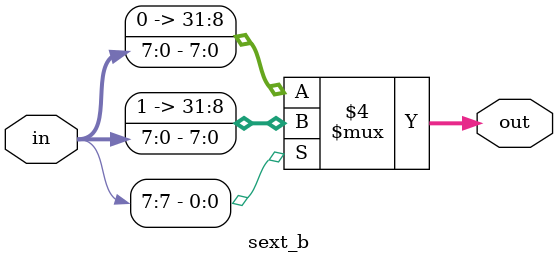
<source format=sv>
module sext_b
(
    input logic [7:0] in,
    output logic [31:0] out
);

    always_comb begin
        if(in[7] == 1'b1)
            out = {24'b111111111111111111111111, in};
        else
            out = {24'b000000000000000000000000, in};
    end

endmodule
</source>
